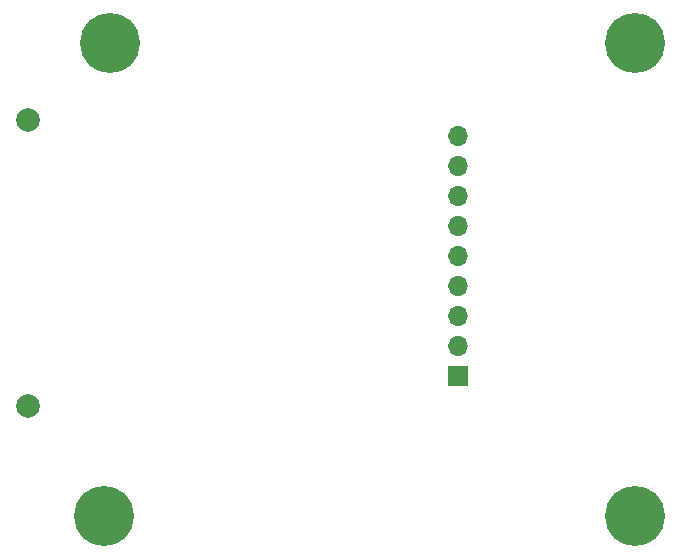
<source format=gbr>
%TF.GenerationSoftware,KiCad,Pcbnew,(5.1.9)-1*%
%TF.CreationDate,2021-02-11T17:43:00-05:00*%
%TF.ProjectId,SD_Card,53445f43-6172-4642-9e6b-696361645f70,rev?*%
%TF.SameCoordinates,Original*%
%TF.FileFunction,Copper,L2,Bot*%
%TF.FilePolarity,Positive*%
%FSLAX46Y46*%
G04 Gerber Fmt 4.6, Leading zero omitted, Abs format (unit mm)*
G04 Created by KiCad (PCBNEW (5.1.9)-1) date 2021-02-11 17:43:00*
%MOMM*%
%LPD*%
G01*
G04 APERTURE LIST*
%TA.AperFunction,ComponentPad*%
%ADD10C,5.080000*%
%TD*%
%TA.AperFunction,ComponentPad*%
%ADD11C,2.000000*%
%TD*%
%TA.AperFunction,ComponentPad*%
%ADD12R,1.700000X1.700000*%
%TD*%
%TA.AperFunction,ComponentPad*%
%ADD13O,1.700000X1.700000*%
%TD*%
G04 APERTURE END LIST*
D10*
%TO.P,REF\u002A\u002A,1*%
%TO.N,N/C*%
X125000000Y-135000000D03*
%TD*%
%TO.P,REF\u002A\u002A,1*%
%TO.N,N/C*%
X170000000Y-135000000D03*
%TD*%
%TO.P,REF\u002A\u002A,1*%
%TO.N,N/C*%
X170000000Y-95000000D03*
%TD*%
%TO.P,REF\u002A\u002A,1*%
%TO.N,N/C*%
X125500000Y-95000000D03*
%TD*%
D11*
%TO.P,J1,13*%
%TO.N,/SHIELD*%
X118575000Y-125700000D03*
X118575000Y-101500000D03*
%TD*%
D12*
%TO.P,J3,1*%
%TO.N,/DAT2*%
X154940000Y-123190000D03*
D13*
%TO.P,J3,2*%
%TO.N,/DAT3CD*%
X154940000Y-120650000D03*
%TO.P,J3,3*%
%TO.N,/CMD*%
X154940000Y-118110000D03*
%TO.P,J3,4*%
%TO.N,/VDD*%
X154940000Y-115570000D03*
%TO.P,J3,5*%
%TO.N,/CLK*%
X154940000Y-113030000D03*
%TO.P,J3,6*%
%TO.N,/VSS*%
X154940000Y-110490000D03*
%TO.P,J3,7*%
%TO.N,/DAT0*%
X154940000Y-107950000D03*
%TO.P,J3,8*%
%TO.N,/DAT1*%
X154940000Y-105410000D03*
%TO.P,J3,9*%
%TO.N,/SHIELD*%
X154940000Y-102870000D03*
%TD*%
M02*

</source>
